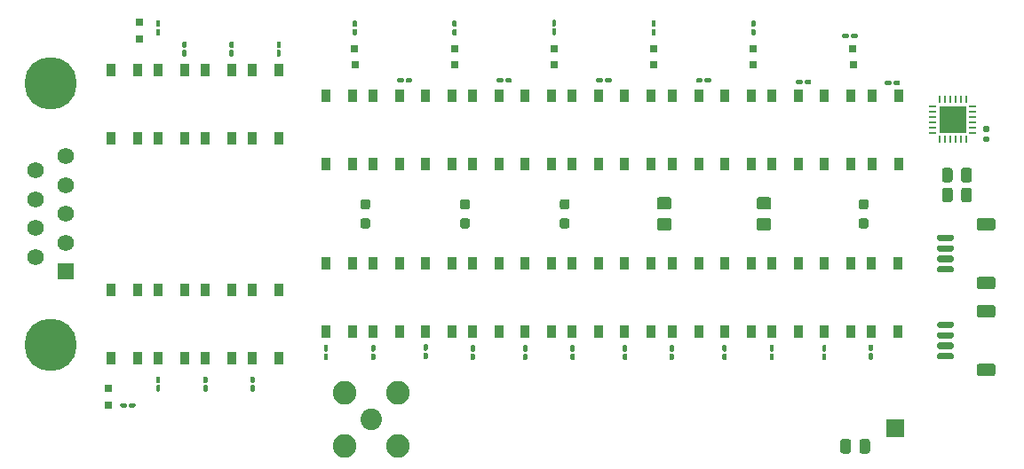
<source format=gts>
G04 #@! TF.GenerationSoftware,KiCad,Pcbnew,(5.1.9)-1*
G04 #@! TF.CreationDate,2022-05-17T09:39:52-06:00*
G04 #@! TF.ProjectId,Calibrator_02,43616c69-6272-4617-946f-725f30322e6b,rev?*
G04 #@! TF.SameCoordinates,Original*
G04 #@! TF.FileFunction,Soldermask,Top*
G04 #@! TF.FilePolarity,Negative*
%FSLAX46Y46*%
G04 Gerber Fmt 4.6, Leading zero omitted, Abs format (unit mm)*
G04 Created by KiCad (PCBNEW (5.1.9)-1) date 2022-05-17 09:39:52*
%MOMM*%
%LPD*%
G01*
G04 APERTURE LIST*
%ADD10R,1.700000X1.700000*%
%ADD11C,2.250000*%
%ADD12C,2.050000*%
%ADD13R,0.900000X1.199000*%
%ADD14R,0.280000X0.665000*%
%ADD15R,0.665000X0.280000*%
%ADD16R,2.650000X2.650000*%
%ADD17C,5.000000*%
%ADD18C,1.575000*%
%ADD19R,1.575000X1.575000*%
%ADD20R,0.800000X0.800000*%
G04 APERTURE END LIST*
D10*
X80500000Y-20500000D03*
G36*
G01*
X78100000Y-13290000D02*
X78300000Y-13290000D01*
G75*
G02*
X78400000Y-13390000I0J-100000D01*
G01*
X78400000Y-13825000D01*
G75*
G02*
X78300000Y-13925000I-100000J0D01*
G01*
X78100000Y-13925000D01*
G75*
G02*
X78000000Y-13825000I0J100000D01*
G01*
X78000000Y-13390000D01*
G75*
G02*
X78100000Y-13290000I100000J0D01*
G01*
G37*
G36*
G01*
X78100000Y-12475000D02*
X78300000Y-12475000D01*
G75*
G02*
X78400000Y-12575000I0J-100000D01*
G01*
X78400000Y-13010000D01*
G75*
G02*
X78300000Y-13110000I-100000J0D01*
G01*
X78100000Y-13110000D01*
G75*
G02*
X78000000Y-13010000I0J100000D01*
G01*
X78000000Y-12575000D01*
G75*
G02*
X78100000Y-12475000I100000J0D01*
G01*
G37*
G36*
G01*
X73650000Y-13340000D02*
X73850000Y-13340000D01*
G75*
G02*
X73950000Y-13440000I0J-100000D01*
G01*
X73950000Y-13875000D01*
G75*
G02*
X73850000Y-13975000I-100000J0D01*
G01*
X73650000Y-13975000D01*
G75*
G02*
X73550000Y-13875000I0J100000D01*
G01*
X73550000Y-13440000D01*
G75*
G02*
X73650000Y-13340000I100000J0D01*
G01*
G37*
G36*
G01*
X73650000Y-12525000D02*
X73850000Y-12525000D01*
G75*
G02*
X73950000Y-12625000I0J-100000D01*
G01*
X73950000Y-13060000D01*
G75*
G02*
X73850000Y-13160000I-100000J0D01*
G01*
X73650000Y-13160000D01*
G75*
G02*
X73550000Y-13060000I0J100000D01*
G01*
X73550000Y-12625000D01*
G75*
G02*
X73650000Y-12525000I100000J0D01*
G01*
G37*
G36*
G01*
X68650000Y-13340000D02*
X68850000Y-13340000D01*
G75*
G02*
X68950000Y-13440000I0J-100000D01*
G01*
X68950000Y-13875000D01*
G75*
G02*
X68850000Y-13975000I-100000J0D01*
G01*
X68650000Y-13975000D01*
G75*
G02*
X68550000Y-13875000I0J100000D01*
G01*
X68550000Y-13440000D01*
G75*
G02*
X68650000Y-13340000I100000J0D01*
G01*
G37*
G36*
G01*
X68650000Y-12525000D02*
X68850000Y-12525000D01*
G75*
G02*
X68950000Y-12625000I0J-100000D01*
G01*
X68950000Y-13060000D01*
G75*
G02*
X68850000Y-13160000I-100000J0D01*
G01*
X68650000Y-13160000D01*
G75*
G02*
X68550000Y-13060000I0J100000D01*
G01*
X68550000Y-12625000D01*
G75*
G02*
X68650000Y-12525000I100000J0D01*
G01*
G37*
G36*
G01*
X64150000Y-13340000D02*
X64350000Y-13340000D01*
G75*
G02*
X64450000Y-13440000I0J-100000D01*
G01*
X64450000Y-13875000D01*
G75*
G02*
X64350000Y-13975000I-100000J0D01*
G01*
X64150000Y-13975000D01*
G75*
G02*
X64050000Y-13875000I0J100000D01*
G01*
X64050000Y-13440000D01*
G75*
G02*
X64150000Y-13340000I100000J0D01*
G01*
G37*
G36*
G01*
X64150000Y-12525000D02*
X64350000Y-12525000D01*
G75*
G02*
X64450000Y-12625000I0J-100000D01*
G01*
X64450000Y-13060000D01*
G75*
G02*
X64350000Y-13160000I-100000J0D01*
G01*
X64150000Y-13160000D01*
G75*
G02*
X64050000Y-13060000I0J100000D01*
G01*
X64050000Y-12625000D01*
G75*
G02*
X64150000Y-12525000I100000J0D01*
G01*
G37*
G36*
G01*
X59100000Y-13340000D02*
X59300000Y-13340000D01*
G75*
G02*
X59400000Y-13440000I0J-100000D01*
G01*
X59400000Y-13875000D01*
G75*
G02*
X59300000Y-13975000I-100000J0D01*
G01*
X59100000Y-13975000D01*
G75*
G02*
X59000000Y-13875000I0J100000D01*
G01*
X59000000Y-13440000D01*
G75*
G02*
X59100000Y-13340000I100000J0D01*
G01*
G37*
G36*
G01*
X59100000Y-12525000D02*
X59300000Y-12525000D01*
G75*
G02*
X59400000Y-12625000I0J-100000D01*
G01*
X59400000Y-13060000D01*
G75*
G02*
X59300000Y-13160000I-100000J0D01*
G01*
X59100000Y-13160000D01*
G75*
G02*
X59000000Y-13060000I0J100000D01*
G01*
X59000000Y-12625000D01*
G75*
G02*
X59100000Y-12525000I100000J0D01*
G01*
G37*
G36*
G01*
X54650000Y-13340000D02*
X54850000Y-13340000D01*
G75*
G02*
X54950000Y-13440000I0J-100000D01*
G01*
X54950000Y-13875000D01*
G75*
G02*
X54850000Y-13975000I-100000J0D01*
G01*
X54650000Y-13975000D01*
G75*
G02*
X54550000Y-13875000I0J100000D01*
G01*
X54550000Y-13440000D01*
G75*
G02*
X54650000Y-13340000I100000J0D01*
G01*
G37*
G36*
G01*
X54650000Y-12525000D02*
X54850000Y-12525000D01*
G75*
G02*
X54950000Y-12625000I0J-100000D01*
G01*
X54950000Y-13060000D01*
G75*
G02*
X54850000Y-13160000I-100000J0D01*
G01*
X54650000Y-13160000D01*
G75*
G02*
X54550000Y-13060000I0J100000D01*
G01*
X54550000Y-12625000D01*
G75*
G02*
X54650000Y-12525000I100000J0D01*
G01*
G37*
G36*
G01*
X49650000Y-13340000D02*
X49850000Y-13340000D01*
G75*
G02*
X49950000Y-13440000I0J-100000D01*
G01*
X49950000Y-13875000D01*
G75*
G02*
X49850000Y-13975000I-100000J0D01*
G01*
X49650000Y-13975000D01*
G75*
G02*
X49550000Y-13875000I0J100000D01*
G01*
X49550000Y-13440000D01*
G75*
G02*
X49650000Y-13340000I100000J0D01*
G01*
G37*
G36*
G01*
X49650000Y-12525000D02*
X49850000Y-12525000D01*
G75*
G02*
X49950000Y-12625000I0J-100000D01*
G01*
X49950000Y-13060000D01*
G75*
G02*
X49850000Y-13160000I-100000J0D01*
G01*
X49650000Y-13160000D01*
G75*
G02*
X49550000Y-13060000I0J100000D01*
G01*
X49550000Y-12625000D01*
G75*
G02*
X49650000Y-12525000I100000J0D01*
G01*
G37*
G36*
G01*
X45150000Y-13340000D02*
X45350000Y-13340000D01*
G75*
G02*
X45450000Y-13440000I0J-100000D01*
G01*
X45450000Y-13875000D01*
G75*
G02*
X45350000Y-13975000I-100000J0D01*
G01*
X45150000Y-13975000D01*
G75*
G02*
X45050000Y-13875000I0J100000D01*
G01*
X45050000Y-13440000D01*
G75*
G02*
X45150000Y-13340000I100000J0D01*
G01*
G37*
G36*
G01*
X45150000Y-12525000D02*
X45350000Y-12525000D01*
G75*
G02*
X45450000Y-12625000I0J-100000D01*
G01*
X45450000Y-13060000D01*
G75*
G02*
X45350000Y-13160000I-100000J0D01*
G01*
X45150000Y-13160000D01*
G75*
G02*
X45050000Y-13060000I0J100000D01*
G01*
X45050000Y-12625000D01*
G75*
G02*
X45150000Y-12525000I100000J0D01*
G01*
G37*
G36*
G01*
X40150000Y-13340000D02*
X40350000Y-13340000D01*
G75*
G02*
X40450000Y-13440000I0J-100000D01*
G01*
X40450000Y-13875000D01*
G75*
G02*
X40350000Y-13975000I-100000J0D01*
G01*
X40150000Y-13975000D01*
G75*
G02*
X40050000Y-13875000I0J100000D01*
G01*
X40050000Y-13440000D01*
G75*
G02*
X40150000Y-13340000I100000J0D01*
G01*
G37*
G36*
G01*
X40150000Y-12525000D02*
X40350000Y-12525000D01*
G75*
G02*
X40450000Y-12625000I0J-100000D01*
G01*
X40450000Y-13060000D01*
G75*
G02*
X40350000Y-13160000I-100000J0D01*
G01*
X40150000Y-13160000D01*
G75*
G02*
X40050000Y-13060000I0J100000D01*
G01*
X40050000Y-12625000D01*
G75*
G02*
X40150000Y-12525000I100000J0D01*
G01*
G37*
G36*
G01*
X35650000Y-13247500D02*
X35850000Y-13247500D01*
G75*
G02*
X35950000Y-13347500I0J-100000D01*
G01*
X35950000Y-13782500D01*
G75*
G02*
X35850000Y-13882500I-100000J0D01*
G01*
X35650000Y-13882500D01*
G75*
G02*
X35550000Y-13782500I0J100000D01*
G01*
X35550000Y-13347500D01*
G75*
G02*
X35650000Y-13247500I100000J0D01*
G01*
G37*
G36*
G01*
X35650000Y-12432500D02*
X35850000Y-12432500D01*
G75*
G02*
X35950000Y-12532500I0J-100000D01*
G01*
X35950000Y-12967500D01*
G75*
G02*
X35850000Y-13067500I-100000J0D01*
G01*
X35650000Y-13067500D01*
G75*
G02*
X35550000Y-12967500I0J100000D01*
G01*
X35550000Y-12532500D01*
G75*
G02*
X35650000Y-12432500I100000J0D01*
G01*
G37*
G36*
G01*
X30650000Y-13340000D02*
X30850000Y-13340000D01*
G75*
G02*
X30950000Y-13440000I0J-100000D01*
G01*
X30950000Y-13875000D01*
G75*
G02*
X30850000Y-13975000I-100000J0D01*
G01*
X30650000Y-13975000D01*
G75*
G02*
X30550000Y-13875000I0J100000D01*
G01*
X30550000Y-13440000D01*
G75*
G02*
X30650000Y-13340000I100000J0D01*
G01*
G37*
G36*
G01*
X30650000Y-12525000D02*
X30850000Y-12525000D01*
G75*
G02*
X30950000Y-12625000I0J-100000D01*
G01*
X30950000Y-13060000D01*
G75*
G02*
X30850000Y-13160000I-100000J0D01*
G01*
X30650000Y-13160000D01*
G75*
G02*
X30550000Y-13060000I0J100000D01*
G01*
X30550000Y-12625000D01*
G75*
G02*
X30650000Y-12525000I100000J0D01*
G01*
G37*
G36*
G01*
X26150000Y-13340000D02*
X26350000Y-13340000D01*
G75*
G02*
X26450000Y-13440000I0J-100000D01*
G01*
X26450000Y-13875000D01*
G75*
G02*
X26350000Y-13975000I-100000J0D01*
G01*
X26150000Y-13975000D01*
G75*
G02*
X26050000Y-13875000I0J100000D01*
G01*
X26050000Y-13440000D01*
G75*
G02*
X26150000Y-13340000I100000J0D01*
G01*
G37*
G36*
G01*
X26150000Y-12525000D02*
X26350000Y-12525000D01*
G75*
G02*
X26450000Y-12625000I0J-100000D01*
G01*
X26450000Y-13060000D01*
G75*
G02*
X26350000Y-13160000I-100000J0D01*
G01*
X26150000Y-13160000D01*
G75*
G02*
X26050000Y-13060000I0J100000D01*
G01*
X26050000Y-12625000D01*
G75*
G02*
X26150000Y-12525000I100000J0D01*
G01*
G37*
G36*
G01*
X80340000Y12400000D02*
X80340000Y12600000D01*
G75*
G02*
X80440000Y12700000I100000J0D01*
G01*
X80875000Y12700000D01*
G75*
G02*
X80975000Y12600000I0J-100000D01*
G01*
X80975000Y12400000D01*
G75*
G02*
X80875000Y12300000I-100000J0D01*
G01*
X80440000Y12300000D01*
G75*
G02*
X80340000Y12400000I0J100000D01*
G01*
G37*
G36*
G01*
X79525000Y12400000D02*
X79525000Y12600000D01*
G75*
G02*
X79625000Y12700000I100000J0D01*
G01*
X80060000Y12700000D01*
G75*
G02*
X80160000Y12600000I0J-100000D01*
G01*
X80160000Y12400000D01*
G75*
G02*
X80060000Y12300000I-100000J0D01*
G01*
X79625000Y12300000D01*
G75*
G02*
X79525000Y12400000I0J100000D01*
G01*
G37*
G36*
G01*
X71702500Y12700000D02*
X71702500Y12500000D01*
G75*
G02*
X71602500Y12400000I-100000J0D01*
G01*
X71167500Y12400000D01*
G75*
G02*
X71067500Y12500000I0J100000D01*
G01*
X71067500Y12700000D01*
G75*
G02*
X71167500Y12800000I100000J0D01*
G01*
X71602500Y12800000D01*
G75*
G02*
X71702500Y12700000I0J-100000D01*
G01*
G37*
G36*
G01*
X72517500Y12700000D02*
X72517500Y12500000D01*
G75*
G02*
X72417500Y12400000I-100000J0D01*
G01*
X71982500Y12400000D01*
G75*
G02*
X71882500Y12500000I0J100000D01*
G01*
X71882500Y12700000D01*
G75*
G02*
X71982500Y12800000I100000J0D01*
G01*
X72417500Y12800000D01*
G75*
G02*
X72517500Y12700000I0J-100000D01*
G01*
G37*
G36*
G01*
X62160000Y12850000D02*
X62160000Y12650000D01*
G75*
G02*
X62060000Y12550000I-100000J0D01*
G01*
X61625000Y12550000D01*
G75*
G02*
X61525000Y12650000I0J100000D01*
G01*
X61525000Y12850000D01*
G75*
G02*
X61625000Y12950000I100000J0D01*
G01*
X62060000Y12950000D01*
G75*
G02*
X62160000Y12850000I0J-100000D01*
G01*
G37*
G36*
G01*
X62975000Y12850000D02*
X62975000Y12650000D01*
G75*
G02*
X62875000Y12550000I-100000J0D01*
G01*
X62440000Y12550000D01*
G75*
G02*
X62340000Y12650000I0J100000D01*
G01*
X62340000Y12850000D01*
G75*
G02*
X62440000Y12950000I100000J0D01*
G01*
X62875000Y12950000D01*
G75*
G02*
X62975000Y12850000I0J-100000D01*
G01*
G37*
G36*
G01*
X52660000Y12850000D02*
X52660000Y12650000D01*
G75*
G02*
X52560000Y12550000I-100000J0D01*
G01*
X52125000Y12550000D01*
G75*
G02*
X52025000Y12650000I0J100000D01*
G01*
X52025000Y12850000D01*
G75*
G02*
X52125000Y12950000I100000J0D01*
G01*
X52560000Y12950000D01*
G75*
G02*
X52660000Y12850000I0J-100000D01*
G01*
G37*
G36*
G01*
X53475000Y12850000D02*
X53475000Y12650000D01*
G75*
G02*
X53375000Y12550000I-100000J0D01*
G01*
X52940000Y12550000D01*
G75*
G02*
X52840000Y12650000I0J100000D01*
G01*
X52840000Y12850000D01*
G75*
G02*
X52940000Y12950000I100000J0D01*
G01*
X53375000Y12950000D01*
G75*
G02*
X53475000Y12850000I0J-100000D01*
G01*
G37*
G36*
G01*
X43160000Y12850000D02*
X43160000Y12650000D01*
G75*
G02*
X43060000Y12550000I-100000J0D01*
G01*
X42625000Y12550000D01*
G75*
G02*
X42525000Y12650000I0J100000D01*
G01*
X42525000Y12850000D01*
G75*
G02*
X42625000Y12950000I100000J0D01*
G01*
X43060000Y12950000D01*
G75*
G02*
X43160000Y12850000I0J-100000D01*
G01*
G37*
G36*
G01*
X43975000Y12850000D02*
X43975000Y12650000D01*
G75*
G02*
X43875000Y12550000I-100000J0D01*
G01*
X43440000Y12550000D01*
G75*
G02*
X43340000Y12650000I0J100000D01*
G01*
X43340000Y12850000D01*
G75*
G02*
X43440000Y12950000I100000J0D01*
G01*
X43875000Y12950000D01*
G75*
G02*
X43975000Y12850000I0J-100000D01*
G01*
G37*
G36*
G01*
X33660000Y12850000D02*
X33660000Y12650000D01*
G75*
G02*
X33560000Y12550000I-100000J0D01*
G01*
X33125000Y12550000D01*
G75*
G02*
X33025000Y12650000I0J100000D01*
G01*
X33025000Y12850000D01*
G75*
G02*
X33125000Y12950000I100000J0D01*
G01*
X33560000Y12950000D01*
G75*
G02*
X33660000Y12850000I0J-100000D01*
G01*
G37*
G36*
G01*
X34475000Y12850000D02*
X34475000Y12650000D01*
G75*
G02*
X34375000Y12550000I-100000J0D01*
G01*
X33940000Y12550000D01*
G75*
G02*
X33840000Y12650000I0J100000D01*
G01*
X33840000Y12850000D01*
G75*
G02*
X33940000Y12950000I100000J0D01*
G01*
X34375000Y12950000D01*
G75*
G02*
X34475000Y12850000I0J-100000D01*
G01*
G37*
G36*
G01*
X76290000Y16900000D02*
X76290000Y17100000D01*
G75*
G02*
X76390000Y17200000I100000J0D01*
G01*
X76825000Y17200000D01*
G75*
G02*
X76925000Y17100000I0J-100000D01*
G01*
X76925000Y16900000D01*
G75*
G02*
X76825000Y16800000I-100000J0D01*
G01*
X76390000Y16800000D01*
G75*
G02*
X76290000Y16900000I0J100000D01*
G01*
G37*
G36*
G01*
X75475000Y16900000D02*
X75475000Y17100000D01*
G75*
G02*
X75575000Y17200000I100000J0D01*
G01*
X76010000Y17200000D01*
G75*
G02*
X76110000Y17100000I0J-100000D01*
G01*
X76110000Y16900000D01*
G75*
G02*
X76010000Y16800000I-100000J0D01*
G01*
X75575000Y16800000D01*
G75*
G02*
X75475000Y16900000I0J100000D01*
G01*
G37*
G36*
G01*
X66900000Y17660000D02*
X67100000Y17660000D01*
G75*
G02*
X67200000Y17560000I0J-100000D01*
G01*
X67200000Y17125000D01*
G75*
G02*
X67100000Y17025000I-100000J0D01*
G01*
X66900000Y17025000D01*
G75*
G02*
X66800000Y17125000I0J100000D01*
G01*
X66800000Y17560000D01*
G75*
G02*
X66900000Y17660000I100000J0D01*
G01*
G37*
G36*
G01*
X66900000Y18475000D02*
X67100000Y18475000D01*
G75*
G02*
X67200000Y18375000I0J-100000D01*
G01*
X67200000Y17940000D01*
G75*
G02*
X67100000Y17840000I-100000J0D01*
G01*
X66900000Y17840000D01*
G75*
G02*
X66800000Y17940000I0J100000D01*
G01*
X66800000Y18375000D01*
G75*
G02*
X66900000Y18475000I100000J0D01*
G01*
G37*
G36*
G01*
X57400000Y17660000D02*
X57600000Y17660000D01*
G75*
G02*
X57700000Y17560000I0J-100000D01*
G01*
X57700000Y17125000D01*
G75*
G02*
X57600000Y17025000I-100000J0D01*
G01*
X57400000Y17025000D01*
G75*
G02*
X57300000Y17125000I0J100000D01*
G01*
X57300000Y17560000D01*
G75*
G02*
X57400000Y17660000I100000J0D01*
G01*
G37*
G36*
G01*
X57400000Y18475000D02*
X57600000Y18475000D01*
G75*
G02*
X57700000Y18375000I0J-100000D01*
G01*
X57700000Y17940000D01*
G75*
G02*
X57600000Y17840000I-100000J0D01*
G01*
X57400000Y17840000D01*
G75*
G02*
X57300000Y17940000I0J100000D01*
G01*
X57300000Y18375000D01*
G75*
G02*
X57400000Y18475000I100000J0D01*
G01*
G37*
G36*
G01*
X47900000Y17710000D02*
X48100000Y17710000D01*
G75*
G02*
X48200000Y17610000I0J-100000D01*
G01*
X48200000Y17175000D01*
G75*
G02*
X48100000Y17075000I-100000J0D01*
G01*
X47900000Y17075000D01*
G75*
G02*
X47800000Y17175000I0J100000D01*
G01*
X47800000Y17610000D01*
G75*
G02*
X47900000Y17710000I100000J0D01*
G01*
G37*
G36*
G01*
X47900000Y18525000D02*
X48100000Y18525000D01*
G75*
G02*
X48200000Y18425000I0J-100000D01*
G01*
X48200000Y17990000D01*
G75*
G02*
X48100000Y17890000I-100000J0D01*
G01*
X47900000Y17890000D01*
G75*
G02*
X47800000Y17990000I0J100000D01*
G01*
X47800000Y18425000D01*
G75*
G02*
X47900000Y18525000I100000J0D01*
G01*
G37*
G36*
G01*
X38400000Y17660000D02*
X38600000Y17660000D01*
G75*
G02*
X38700000Y17560000I0J-100000D01*
G01*
X38700000Y17125000D01*
G75*
G02*
X38600000Y17025000I-100000J0D01*
G01*
X38400000Y17025000D01*
G75*
G02*
X38300000Y17125000I0J100000D01*
G01*
X38300000Y17560000D01*
G75*
G02*
X38400000Y17660000I100000J0D01*
G01*
G37*
G36*
G01*
X38400000Y18475000D02*
X38600000Y18475000D01*
G75*
G02*
X38700000Y18375000I0J-100000D01*
G01*
X38700000Y17940000D01*
G75*
G02*
X38600000Y17840000I-100000J0D01*
G01*
X38400000Y17840000D01*
G75*
G02*
X38300000Y17940000I0J100000D01*
G01*
X38300000Y18375000D01*
G75*
G02*
X38400000Y18475000I100000J0D01*
G01*
G37*
G36*
G01*
X28900000Y17660000D02*
X29100000Y17660000D01*
G75*
G02*
X29200000Y17560000I0J-100000D01*
G01*
X29200000Y17125000D01*
G75*
G02*
X29100000Y17025000I-100000J0D01*
G01*
X28900000Y17025000D01*
G75*
G02*
X28800000Y17125000I0J100000D01*
G01*
X28800000Y17560000D01*
G75*
G02*
X28900000Y17660000I100000J0D01*
G01*
G37*
G36*
G01*
X28900000Y18475000D02*
X29100000Y18475000D01*
G75*
G02*
X29200000Y18375000I0J-100000D01*
G01*
X29200000Y17940000D01*
G75*
G02*
X29100000Y17840000I-100000J0D01*
G01*
X28900000Y17840000D01*
G75*
G02*
X28800000Y17940000I0J100000D01*
G01*
X28800000Y18375000D01*
G75*
G02*
X28900000Y18475000I100000J0D01*
G01*
G37*
G36*
G01*
X10150000Y17660000D02*
X10350000Y17660000D01*
G75*
G02*
X10450000Y17560000I0J-100000D01*
G01*
X10450000Y17125000D01*
G75*
G02*
X10350000Y17025000I-100000J0D01*
G01*
X10150000Y17025000D01*
G75*
G02*
X10050000Y17125000I0J100000D01*
G01*
X10050000Y17560000D01*
G75*
G02*
X10150000Y17660000I100000J0D01*
G01*
G37*
G36*
G01*
X10150000Y18475000D02*
X10350000Y18475000D01*
G75*
G02*
X10450000Y18375000I0J-100000D01*
G01*
X10450000Y17940000D01*
G75*
G02*
X10350000Y17840000I-100000J0D01*
G01*
X10150000Y17840000D01*
G75*
G02*
X10050000Y17940000I0J100000D01*
G01*
X10050000Y18375000D01*
G75*
G02*
X10150000Y18475000I100000J0D01*
G01*
G37*
G36*
G01*
X17350000Y15840000D02*
X17150000Y15840000D01*
G75*
G02*
X17050000Y15940000I0J100000D01*
G01*
X17050000Y16375000D01*
G75*
G02*
X17150000Y16475000I100000J0D01*
G01*
X17350000Y16475000D01*
G75*
G02*
X17450000Y16375000I0J-100000D01*
G01*
X17450000Y15940000D01*
G75*
G02*
X17350000Y15840000I-100000J0D01*
G01*
G37*
G36*
G01*
X17350000Y15025000D02*
X17150000Y15025000D01*
G75*
G02*
X17050000Y15125000I0J100000D01*
G01*
X17050000Y15560000D01*
G75*
G02*
X17150000Y15660000I100000J0D01*
G01*
X17350000Y15660000D01*
G75*
G02*
X17450000Y15560000I0J-100000D01*
G01*
X17450000Y15125000D01*
G75*
G02*
X17350000Y15025000I-100000J0D01*
G01*
G37*
G36*
G01*
X12850000Y15840000D02*
X12650000Y15840000D01*
G75*
G02*
X12550000Y15940000I0J100000D01*
G01*
X12550000Y16375000D01*
G75*
G02*
X12650000Y16475000I100000J0D01*
G01*
X12850000Y16475000D01*
G75*
G02*
X12950000Y16375000I0J-100000D01*
G01*
X12950000Y15940000D01*
G75*
G02*
X12850000Y15840000I-100000J0D01*
G01*
G37*
G36*
G01*
X12850000Y15025000D02*
X12650000Y15025000D01*
G75*
G02*
X12550000Y15125000I0J100000D01*
G01*
X12550000Y15560000D01*
G75*
G02*
X12650000Y15660000I100000J0D01*
G01*
X12850000Y15660000D01*
G75*
G02*
X12950000Y15560000I0J-100000D01*
G01*
X12950000Y15125000D01*
G75*
G02*
X12850000Y15025000I-100000J0D01*
G01*
G37*
G36*
G01*
X21850000Y15840000D02*
X21650000Y15840000D01*
G75*
G02*
X21550000Y15940000I0J100000D01*
G01*
X21550000Y16375000D01*
G75*
G02*
X21650000Y16475000I100000J0D01*
G01*
X21850000Y16475000D01*
G75*
G02*
X21950000Y16375000I0J-100000D01*
G01*
X21950000Y15940000D01*
G75*
G02*
X21850000Y15840000I-100000J0D01*
G01*
G37*
G36*
G01*
X21850000Y15025000D02*
X21650000Y15025000D01*
G75*
G02*
X21550000Y15125000I0J100000D01*
G01*
X21550000Y15560000D01*
G75*
G02*
X21650000Y15660000I100000J0D01*
G01*
X21850000Y15660000D01*
G75*
G02*
X21950000Y15560000I0J-100000D01*
G01*
X21950000Y15125000D01*
G75*
G02*
X21850000Y15025000I-100000J0D01*
G01*
G37*
G36*
G01*
X10350000Y-16160000D02*
X10150000Y-16160000D01*
G75*
G02*
X10050000Y-16060000I0J100000D01*
G01*
X10050000Y-15625000D01*
G75*
G02*
X10150000Y-15525000I100000J0D01*
G01*
X10350000Y-15525000D01*
G75*
G02*
X10450000Y-15625000I0J-100000D01*
G01*
X10450000Y-16060000D01*
G75*
G02*
X10350000Y-16160000I-100000J0D01*
G01*
G37*
G36*
G01*
X10350000Y-16975000D02*
X10150000Y-16975000D01*
G75*
G02*
X10050000Y-16875000I0J100000D01*
G01*
X10050000Y-16440000D01*
G75*
G02*
X10150000Y-16340000I100000J0D01*
G01*
X10350000Y-16340000D01*
G75*
G02*
X10450000Y-16440000I0J-100000D01*
G01*
X10450000Y-16875000D01*
G75*
G02*
X10350000Y-16975000I-100000J0D01*
G01*
G37*
G36*
G01*
X14850000Y-16160000D02*
X14650000Y-16160000D01*
G75*
G02*
X14550000Y-16060000I0J100000D01*
G01*
X14550000Y-15625000D01*
G75*
G02*
X14650000Y-15525000I100000J0D01*
G01*
X14850000Y-15525000D01*
G75*
G02*
X14950000Y-15625000I0J-100000D01*
G01*
X14950000Y-16060000D01*
G75*
G02*
X14850000Y-16160000I-100000J0D01*
G01*
G37*
G36*
G01*
X14850000Y-16975000D02*
X14650000Y-16975000D01*
G75*
G02*
X14550000Y-16875000I0J100000D01*
G01*
X14550000Y-16440000D01*
G75*
G02*
X14650000Y-16340000I100000J0D01*
G01*
X14850000Y-16340000D01*
G75*
G02*
X14950000Y-16440000I0J-100000D01*
G01*
X14950000Y-16875000D01*
G75*
G02*
X14850000Y-16975000I-100000J0D01*
G01*
G37*
G36*
G01*
X19350000Y-16160000D02*
X19150000Y-16160000D01*
G75*
G02*
X19050000Y-16060000I0J100000D01*
G01*
X19050000Y-15625000D01*
G75*
G02*
X19150000Y-15525000I100000J0D01*
G01*
X19350000Y-15525000D01*
G75*
G02*
X19450000Y-15625000I0J-100000D01*
G01*
X19450000Y-16060000D01*
G75*
G02*
X19350000Y-16160000I-100000J0D01*
G01*
G37*
G36*
G01*
X19350000Y-16975000D02*
X19150000Y-16975000D01*
G75*
G02*
X19050000Y-16875000I0J100000D01*
G01*
X19050000Y-16440000D01*
G75*
G02*
X19150000Y-16340000I100000J0D01*
G01*
X19350000Y-16340000D01*
G75*
G02*
X19450000Y-16440000I0J-100000D01*
G01*
X19450000Y-16875000D01*
G75*
G02*
X19350000Y-16975000I-100000J0D01*
G01*
G37*
G36*
G01*
X7276000Y-18188000D02*
X7276000Y-18388000D01*
G75*
G02*
X7176000Y-18488000I-100000J0D01*
G01*
X6741000Y-18488000D01*
G75*
G02*
X6641000Y-18388000I0J100000D01*
G01*
X6641000Y-18188000D01*
G75*
G02*
X6741000Y-18088000I100000J0D01*
G01*
X7176000Y-18088000D01*
G75*
G02*
X7276000Y-18188000I0J-100000D01*
G01*
G37*
G36*
G01*
X8091000Y-18188000D02*
X8091000Y-18388000D01*
G75*
G02*
X7991000Y-18488000I-100000J0D01*
G01*
X7556000Y-18488000D01*
G75*
G02*
X7456000Y-18388000I0J100000D01*
G01*
X7456000Y-18188000D01*
G75*
G02*
X7556000Y-18088000I100000J0D01*
G01*
X7991000Y-18088000D01*
G75*
G02*
X8091000Y-18188000I0J-100000D01*
G01*
G37*
D11*
X28060000Y-22140000D03*
X28060000Y-17060000D03*
X33140000Y-17060000D03*
X33140000Y-22140000D03*
D12*
X30600000Y-19600000D03*
D13*
X78230000Y-4750000D03*
X80770000Y-4750000D03*
X80770000Y-11250000D03*
X78230000Y-11250000D03*
X80870000Y4750000D03*
X78330000Y4750000D03*
X78330000Y11250000D03*
X80870000Y11250000D03*
X73730000Y-4750000D03*
X76270000Y-4750000D03*
X76270000Y-11250000D03*
X73730000Y-11250000D03*
X76270000Y4750000D03*
X73730000Y4750000D03*
X73730000Y11250000D03*
X76270000Y11250000D03*
X68730000Y-4750000D03*
X71270000Y-4750000D03*
X71270000Y-11250000D03*
X68730000Y-11250000D03*
X71270000Y4750000D03*
X68730000Y4750000D03*
X68730000Y11250000D03*
X71270000Y11250000D03*
X64230000Y-4750000D03*
X66770000Y-4750000D03*
X66770000Y-11250000D03*
X64230000Y-11250000D03*
X66770000Y4750000D03*
X64230000Y4750000D03*
X64230000Y11250000D03*
X66770000Y11250000D03*
X59230000Y-4750000D03*
X61770000Y-4750000D03*
X61770000Y-11250000D03*
X59230000Y-11250000D03*
X61770000Y4750000D03*
X59230000Y4750000D03*
X59230000Y11250000D03*
X61770000Y11250000D03*
X54730000Y-4750000D03*
X57270000Y-4750000D03*
X57270000Y-11250000D03*
X54730000Y-11250000D03*
X57270000Y4750000D03*
X54730000Y4750000D03*
X54730000Y11250000D03*
X57270000Y11250000D03*
X49730000Y-4750000D03*
X52270000Y-4750000D03*
X52270000Y-11250000D03*
X49730000Y-11250000D03*
X45230000Y-4750000D03*
X47770000Y-4750000D03*
X47770000Y-11250000D03*
X45230000Y-11250000D03*
X40230000Y-4750000D03*
X42770000Y-4750000D03*
X42770000Y-11250000D03*
X40230000Y-11250000D03*
X35730000Y-4750000D03*
X38270000Y-4750000D03*
X38270000Y-11250000D03*
X35730000Y-11250000D03*
X30730000Y-4750000D03*
X33270000Y-4750000D03*
X33270000Y-11250000D03*
X30730000Y-11250000D03*
X26230000Y-4750000D03*
X28770000Y-4750000D03*
X28770000Y-11250000D03*
X26230000Y-11250000D03*
X52270000Y4750000D03*
X49730000Y4750000D03*
X49730000Y11250000D03*
X52270000Y11250000D03*
X47770000Y4750000D03*
X45230000Y4750000D03*
X45230000Y11250000D03*
X47770000Y11250000D03*
X42770000Y4750000D03*
X40230000Y4750000D03*
X40230000Y11250000D03*
X42770000Y11250000D03*
X38270000Y4750000D03*
X35730000Y4750000D03*
X35730000Y11250000D03*
X38270000Y11250000D03*
X33270000Y4750000D03*
X30730000Y4750000D03*
X30730000Y11250000D03*
X33270000Y11250000D03*
X28770000Y4750000D03*
X26230000Y4750000D03*
X26230000Y11250000D03*
X28770000Y11250000D03*
D14*
X87250000Y10908000D03*
X86750000Y10908000D03*
X86250000Y10908000D03*
X85750000Y10908000D03*
X85250000Y10908000D03*
X84750000Y10908000D03*
D15*
X84092000Y10250000D03*
X84092000Y9750000D03*
X84092000Y9250000D03*
X84092000Y8750000D03*
X84092000Y8250000D03*
X84092000Y7750000D03*
D14*
X84750000Y7092000D03*
X85250000Y7092000D03*
X85750000Y7092000D03*
X86250000Y7092000D03*
X86750000Y7092000D03*
X87250000Y7092000D03*
D15*
X87908000Y7750000D03*
X87908000Y8250000D03*
X87908000Y8750000D03*
X87908000Y9250000D03*
X87908000Y9750000D03*
X87908000Y10250000D03*
D16*
X86000000Y9000000D03*
D13*
X17270000Y7250000D03*
X14730000Y7250000D03*
X14730000Y13750000D03*
X17270000Y13750000D03*
X12770000Y7250000D03*
X10230000Y7250000D03*
X10230000Y13750000D03*
X12770000Y13750000D03*
X8270000Y7250000D03*
X5730000Y7250000D03*
X5730000Y13750000D03*
X8270000Y13750000D03*
X21770000Y7250000D03*
X19230000Y7250000D03*
X19230000Y13750000D03*
X21770000Y13750000D03*
X10230000Y-7250000D03*
X12770000Y-7250000D03*
X12770000Y-13750000D03*
X10230000Y-13750000D03*
X5730000Y-7250000D03*
X8270000Y-7250000D03*
X8270000Y-13750000D03*
X5730000Y-13750000D03*
X14730000Y-7250000D03*
X17270000Y-7250000D03*
X17270000Y-13750000D03*
X14730000Y-13750000D03*
X19230000Y-7250000D03*
X21770000Y-7250000D03*
X21770000Y-13750000D03*
X19230000Y-13750000D03*
D17*
X0Y-12500000D03*
D18*
X-1420000Y4140000D03*
X-1420000Y1380000D03*
X-1420000Y-1380000D03*
X-1420000Y-4140000D03*
X1420000Y5520000D03*
X1420000Y2760000D03*
X1420000Y-2760000D03*
D19*
X1420000Y-5520000D03*
D17*
X0Y12500000D03*
D18*
X1420000Y0D03*
D20*
X76497000Y15799000D03*
X76503000Y14201000D03*
X66997000Y15799000D03*
X67003000Y14201000D03*
X57497000Y15799000D03*
X57503000Y14201000D03*
X47997000Y15799000D03*
X48003000Y14201000D03*
X38497000Y15799000D03*
X38503000Y14201000D03*
X28997000Y15799000D03*
X29003000Y14201000D03*
X5503000Y-18299000D03*
X5497000Y-16701000D03*
X8497000Y18299000D03*
X8503000Y16701000D03*
G36*
G01*
X77100000Y-22650002D02*
X77100000Y-21749998D01*
G75*
G02*
X77349998Y-21500000I249998J0D01*
G01*
X77875002Y-21500000D01*
G75*
G02*
X78125000Y-21749998I0J-249998D01*
G01*
X78125000Y-22650002D01*
G75*
G02*
X77875002Y-22900000I-249998J0D01*
G01*
X77349998Y-22900000D01*
G75*
G02*
X77100000Y-22650002I0J249998D01*
G01*
G37*
G36*
G01*
X75275000Y-22650002D02*
X75275000Y-21749998D01*
G75*
G02*
X75524998Y-21500000I249998J0D01*
G01*
X76050002Y-21500000D01*
G75*
G02*
X76300000Y-21749998I0J-249998D01*
G01*
X76300000Y-22650002D01*
G75*
G02*
X76050002Y-22900000I-249998J0D01*
G01*
X75524998Y-22900000D01*
G75*
G02*
X75275000Y-22650002I0J249998D01*
G01*
G37*
G36*
G01*
X86000000Y4150002D02*
X86000000Y3249998D01*
G75*
G02*
X85750002Y3000000I-249998J0D01*
G01*
X85224998Y3000000D01*
G75*
G02*
X84975000Y3249998I0J249998D01*
G01*
X84975000Y4150002D01*
G75*
G02*
X85224998Y4400000I249998J0D01*
G01*
X85750002Y4400000D01*
G75*
G02*
X86000000Y4150002I0J-249998D01*
G01*
G37*
G36*
G01*
X87825000Y4150002D02*
X87825000Y3249998D01*
G75*
G02*
X87575002Y3000000I-249998J0D01*
G01*
X87049998Y3000000D01*
G75*
G02*
X86800000Y3249998I0J249998D01*
G01*
X86800000Y4150002D01*
G75*
G02*
X87049998Y4400000I249998J0D01*
G01*
X87575002Y4400000D01*
G75*
G02*
X87825000Y4150002I0J-249998D01*
G01*
G37*
G36*
G01*
X77262500Y-425000D02*
X77737500Y-425000D01*
G75*
G02*
X77975000Y-662500I0J-237500D01*
G01*
X77975000Y-1162500D01*
G75*
G02*
X77737500Y-1400000I-237500J0D01*
G01*
X77262500Y-1400000D01*
G75*
G02*
X77025000Y-1162500I0J237500D01*
G01*
X77025000Y-662500D01*
G75*
G02*
X77262500Y-425000I237500J0D01*
G01*
G37*
G36*
G01*
X77262500Y1400000D02*
X77737500Y1400000D01*
G75*
G02*
X77975000Y1162500I0J-237500D01*
G01*
X77975000Y662500D01*
G75*
G02*
X77737500Y425000I-237500J0D01*
G01*
X77262500Y425000D01*
G75*
G02*
X77025000Y662500I0J237500D01*
G01*
X77025000Y1162500D01*
G75*
G02*
X77262500Y1400000I237500J0D01*
G01*
G37*
G36*
G01*
X86000000Y2250002D02*
X86000000Y1349998D01*
G75*
G02*
X85750002Y1100000I-249998J0D01*
G01*
X85224998Y1100000D01*
G75*
G02*
X84975000Y1349998I0J249998D01*
G01*
X84975000Y2250002D01*
G75*
G02*
X85224998Y2500000I249998J0D01*
G01*
X85750002Y2500000D01*
G75*
G02*
X86000000Y2250002I0J-249998D01*
G01*
G37*
G36*
G01*
X87825000Y2250002D02*
X87825000Y1349998D01*
G75*
G02*
X87575002Y1100000I-249998J0D01*
G01*
X87049998Y1100000D01*
G75*
G02*
X86800000Y1349998I0J249998D01*
G01*
X86800000Y2250002D01*
G75*
G02*
X87049998Y2500000I249998J0D01*
G01*
X87575002Y2500000D01*
G75*
G02*
X87825000Y2250002I0J-249998D01*
G01*
G37*
G36*
G01*
X67549999Y-400000D02*
X68450001Y-400000D01*
G75*
G02*
X68700000Y-649999I0J-249999D01*
G01*
X68700000Y-1350001D01*
G75*
G02*
X68450001Y-1600000I-249999J0D01*
G01*
X67549999Y-1600000D01*
G75*
G02*
X67300000Y-1350001I0J249999D01*
G01*
X67300000Y-649999D01*
G75*
G02*
X67549999Y-400000I249999J0D01*
G01*
G37*
G36*
G01*
X67549999Y1600000D02*
X68450001Y1600000D01*
G75*
G02*
X68700000Y1350001I0J-249999D01*
G01*
X68700000Y649999D01*
G75*
G02*
X68450001Y400000I-249999J0D01*
G01*
X67549999Y400000D01*
G75*
G02*
X67300000Y649999I0J249999D01*
G01*
X67300000Y1350001D01*
G75*
G02*
X67549999Y1600000I249999J0D01*
G01*
G37*
G36*
G01*
X58049999Y-400000D02*
X58950001Y-400000D01*
G75*
G02*
X59200000Y-649999I0J-249999D01*
G01*
X59200000Y-1350001D01*
G75*
G02*
X58950001Y-1600000I-249999J0D01*
G01*
X58049999Y-1600000D01*
G75*
G02*
X57800000Y-1350001I0J249999D01*
G01*
X57800000Y-649999D01*
G75*
G02*
X58049999Y-400000I249999J0D01*
G01*
G37*
G36*
G01*
X58049999Y1600000D02*
X58950001Y1600000D01*
G75*
G02*
X59200000Y1350001I0J-249999D01*
G01*
X59200000Y649999D01*
G75*
G02*
X58950001Y400000I-249999J0D01*
G01*
X58049999Y400000D01*
G75*
G02*
X57800000Y649999I0J249999D01*
G01*
X57800000Y1350001D01*
G75*
G02*
X58049999Y1600000I249999J0D01*
G01*
G37*
G36*
G01*
X48762500Y-425000D02*
X49237500Y-425000D01*
G75*
G02*
X49475000Y-662500I0J-237500D01*
G01*
X49475000Y-1162500D01*
G75*
G02*
X49237500Y-1400000I-237500J0D01*
G01*
X48762500Y-1400000D01*
G75*
G02*
X48525000Y-1162500I0J237500D01*
G01*
X48525000Y-662500D01*
G75*
G02*
X48762500Y-425000I237500J0D01*
G01*
G37*
G36*
G01*
X48762500Y1400000D02*
X49237500Y1400000D01*
G75*
G02*
X49475000Y1162500I0J-237500D01*
G01*
X49475000Y662500D01*
G75*
G02*
X49237500Y425000I-237500J0D01*
G01*
X48762500Y425000D01*
G75*
G02*
X48525000Y662500I0J237500D01*
G01*
X48525000Y1162500D01*
G75*
G02*
X48762500Y1400000I237500J0D01*
G01*
G37*
G36*
G01*
X39262500Y-425000D02*
X39737500Y-425000D01*
G75*
G02*
X39975000Y-662500I0J-237500D01*
G01*
X39975000Y-1162500D01*
G75*
G02*
X39737500Y-1400000I-237500J0D01*
G01*
X39262500Y-1400000D01*
G75*
G02*
X39025000Y-1162500I0J237500D01*
G01*
X39025000Y-662500D01*
G75*
G02*
X39262500Y-425000I237500J0D01*
G01*
G37*
G36*
G01*
X39262500Y1400000D02*
X39737500Y1400000D01*
G75*
G02*
X39975000Y1162500I0J-237500D01*
G01*
X39975000Y662500D01*
G75*
G02*
X39737500Y425000I-237500J0D01*
G01*
X39262500Y425000D01*
G75*
G02*
X39025000Y662500I0J237500D01*
G01*
X39025000Y1162500D01*
G75*
G02*
X39262500Y1400000I237500J0D01*
G01*
G37*
G36*
G01*
X29762500Y-425000D02*
X30237500Y-425000D01*
G75*
G02*
X30475000Y-662500I0J-237500D01*
G01*
X30475000Y-1162500D01*
G75*
G02*
X30237500Y-1400000I-237500J0D01*
G01*
X29762500Y-1400000D01*
G75*
G02*
X29525000Y-1162500I0J237500D01*
G01*
X29525000Y-662500D01*
G75*
G02*
X29762500Y-425000I237500J0D01*
G01*
G37*
G36*
G01*
X29762500Y1400000D02*
X30237500Y1400000D01*
G75*
G02*
X30475000Y1162500I0J-237500D01*
G01*
X30475000Y662500D01*
G75*
G02*
X30237500Y425000I-237500J0D01*
G01*
X29762500Y425000D01*
G75*
G02*
X29525000Y662500I0J237500D01*
G01*
X29525000Y1162500D01*
G75*
G02*
X29762500Y1400000I237500J0D01*
G01*
G37*
G36*
G01*
X89825001Y-1600000D02*
X88524999Y-1600000D01*
G75*
G02*
X88275000Y-1350001I0J249999D01*
G01*
X88275000Y-649999D01*
G75*
G02*
X88524999Y-400000I249999J0D01*
G01*
X89825001Y-400000D01*
G75*
G02*
X90075000Y-649999I0J-249999D01*
G01*
X90075000Y-1350001D01*
G75*
G02*
X89825001Y-1600000I-249999J0D01*
G01*
G37*
G36*
G01*
X89825001Y-7200000D02*
X88524999Y-7200000D01*
G75*
G02*
X88275000Y-6950001I0J249999D01*
G01*
X88275000Y-6249999D01*
G75*
G02*
X88524999Y-6000000I249999J0D01*
G01*
X89825001Y-6000000D01*
G75*
G02*
X90075000Y-6249999I0J-249999D01*
G01*
X90075000Y-6950001D01*
G75*
G02*
X89825001Y-7200000I-249999J0D01*
G01*
G37*
G36*
G01*
X85925000Y-2600000D02*
X84675000Y-2600000D01*
G75*
G02*
X84525000Y-2450000I0J150000D01*
G01*
X84525000Y-2150000D01*
G75*
G02*
X84675000Y-2000000I150000J0D01*
G01*
X85925000Y-2000000D01*
G75*
G02*
X86075000Y-2150000I0J-150000D01*
G01*
X86075000Y-2450000D01*
G75*
G02*
X85925000Y-2600000I-150000J0D01*
G01*
G37*
G36*
G01*
X85925000Y-3600000D02*
X84675000Y-3600000D01*
G75*
G02*
X84525000Y-3450000I0J150000D01*
G01*
X84525000Y-3150000D01*
G75*
G02*
X84675000Y-3000000I150000J0D01*
G01*
X85925000Y-3000000D01*
G75*
G02*
X86075000Y-3150000I0J-150000D01*
G01*
X86075000Y-3450000D01*
G75*
G02*
X85925000Y-3600000I-150000J0D01*
G01*
G37*
G36*
G01*
X85925000Y-4600000D02*
X84675000Y-4600000D01*
G75*
G02*
X84525000Y-4450000I0J150000D01*
G01*
X84525000Y-4150000D01*
G75*
G02*
X84675000Y-4000000I150000J0D01*
G01*
X85925000Y-4000000D01*
G75*
G02*
X86075000Y-4150000I0J-150000D01*
G01*
X86075000Y-4450000D01*
G75*
G02*
X85925000Y-4600000I-150000J0D01*
G01*
G37*
G36*
G01*
X85925000Y-5600000D02*
X84675000Y-5600000D01*
G75*
G02*
X84525000Y-5450000I0J150000D01*
G01*
X84525000Y-5150000D01*
G75*
G02*
X84675000Y-5000000I150000J0D01*
G01*
X85925000Y-5000000D01*
G75*
G02*
X86075000Y-5150000I0J-150000D01*
G01*
X86075000Y-5450000D01*
G75*
G02*
X85925000Y-5600000I-150000J0D01*
G01*
G37*
G36*
G01*
X89835001Y-9900000D02*
X88534999Y-9900000D01*
G75*
G02*
X88285000Y-9650001I0J249999D01*
G01*
X88285000Y-8949999D01*
G75*
G02*
X88534999Y-8700000I249999J0D01*
G01*
X89835001Y-8700000D01*
G75*
G02*
X90085000Y-8949999I0J-249999D01*
G01*
X90085000Y-9650001D01*
G75*
G02*
X89835001Y-9900000I-249999J0D01*
G01*
G37*
G36*
G01*
X89835001Y-15500000D02*
X88534999Y-15500000D01*
G75*
G02*
X88285000Y-15250001I0J249999D01*
G01*
X88285000Y-14549999D01*
G75*
G02*
X88534999Y-14300000I249999J0D01*
G01*
X89835001Y-14300000D01*
G75*
G02*
X90085000Y-14549999I0J-249999D01*
G01*
X90085000Y-15250001D01*
G75*
G02*
X89835001Y-15500000I-249999J0D01*
G01*
G37*
G36*
G01*
X85935000Y-10900000D02*
X84685000Y-10900000D01*
G75*
G02*
X84535000Y-10750000I0J150000D01*
G01*
X84535000Y-10450000D01*
G75*
G02*
X84685000Y-10300000I150000J0D01*
G01*
X85935000Y-10300000D01*
G75*
G02*
X86085000Y-10450000I0J-150000D01*
G01*
X86085000Y-10750000D01*
G75*
G02*
X85935000Y-10900000I-150000J0D01*
G01*
G37*
G36*
G01*
X85935000Y-11900000D02*
X84685000Y-11900000D01*
G75*
G02*
X84535000Y-11750000I0J150000D01*
G01*
X84535000Y-11450000D01*
G75*
G02*
X84685000Y-11300000I150000J0D01*
G01*
X85935000Y-11300000D01*
G75*
G02*
X86085000Y-11450000I0J-150000D01*
G01*
X86085000Y-11750000D01*
G75*
G02*
X85935000Y-11900000I-150000J0D01*
G01*
G37*
G36*
G01*
X85935000Y-12900000D02*
X84685000Y-12900000D01*
G75*
G02*
X84535000Y-12750000I0J150000D01*
G01*
X84535000Y-12450000D01*
G75*
G02*
X84685000Y-12300000I150000J0D01*
G01*
X85935000Y-12300000D01*
G75*
G02*
X86085000Y-12450000I0J-150000D01*
G01*
X86085000Y-12750000D01*
G75*
G02*
X85935000Y-12900000I-150000J0D01*
G01*
G37*
G36*
G01*
X85935000Y-13900000D02*
X84685000Y-13900000D01*
G75*
G02*
X84535000Y-13750000I0J150000D01*
G01*
X84535000Y-13450000D01*
G75*
G02*
X84685000Y-13300000I150000J0D01*
G01*
X85935000Y-13300000D01*
G75*
G02*
X86085000Y-13450000I0J-150000D01*
G01*
X86085000Y-13750000D01*
G75*
G02*
X85935000Y-13900000I-150000J0D01*
G01*
G37*
G36*
G01*
X89370000Y7800000D02*
X89030000Y7800000D01*
G75*
G02*
X88890000Y7940000I0J140000D01*
G01*
X88890000Y8220000D01*
G75*
G02*
X89030000Y8360000I140000J0D01*
G01*
X89370000Y8360000D01*
G75*
G02*
X89510000Y8220000I0J-140000D01*
G01*
X89510000Y7940000D01*
G75*
G02*
X89370000Y7800000I-140000J0D01*
G01*
G37*
G36*
G01*
X89370000Y6840000D02*
X89030000Y6840000D01*
G75*
G02*
X88890000Y6980000I0J140000D01*
G01*
X88890000Y7260000D01*
G75*
G02*
X89030000Y7400000I140000J0D01*
G01*
X89370000Y7400000D01*
G75*
G02*
X89510000Y7260000I0J-140000D01*
G01*
X89510000Y6980000D01*
G75*
G02*
X89370000Y6840000I-140000J0D01*
G01*
G37*
M02*

</source>
